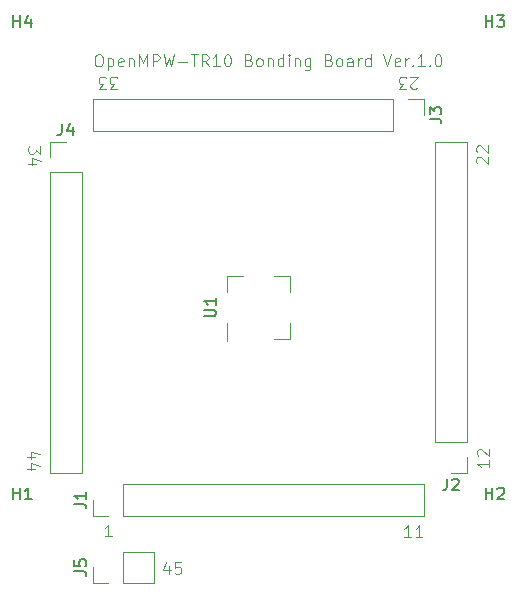
<source format=gbr>
%TF.GenerationSoftware,KiCad,Pcbnew,8.0.8*%
%TF.CreationDate,2025-02-12T12:16:00+09:00*%
%TF.ProjectId,OpenMPW-TR10,4f70656e-4d50-4572-9d54-5231302e6b69,rev?*%
%TF.SameCoordinates,Original*%
%TF.FileFunction,Legend,Top*%
%TF.FilePolarity,Positive*%
%FSLAX46Y46*%
G04 Gerber Fmt 4.6, Leading zero omitted, Abs format (unit mm)*
G04 Created by KiCad (PCBNEW 8.0.8) date 2025-02-12 12:16:00*
%MOMM*%
%LPD*%
G01*
G04 APERTURE LIST*
%ADD10C,0.100000*%
%ADD11C,0.150000*%
%ADD12C,0.120000*%
G04 APERTURE END LIST*
D10*
X136394360Y-78572419D02*
X136584836Y-78572419D01*
X136584836Y-78572419D02*
X136680074Y-78620038D01*
X136680074Y-78620038D02*
X136775312Y-78715276D01*
X136775312Y-78715276D02*
X136822931Y-78905752D01*
X136822931Y-78905752D02*
X136822931Y-79239085D01*
X136822931Y-79239085D02*
X136775312Y-79429561D01*
X136775312Y-79429561D02*
X136680074Y-79524800D01*
X136680074Y-79524800D02*
X136584836Y-79572419D01*
X136584836Y-79572419D02*
X136394360Y-79572419D01*
X136394360Y-79572419D02*
X136299122Y-79524800D01*
X136299122Y-79524800D02*
X136203884Y-79429561D01*
X136203884Y-79429561D02*
X136156265Y-79239085D01*
X136156265Y-79239085D02*
X136156265Y-78905752D01*
X136156265Y-78905752D02*
X136203884Y-78715276D01*
X136203884Y-78715276D02*
X136299122Y-78620038D01*
X136299122Y-78620038D02*
X136394360Y-78572419D01*
X137251503Y-78905752D02*
X137251503Y-79905752D01*
X137251503Y-78953371D02*
X137346741Y-78905752D01*
X137346741Y-78905752D02*
X137537217Y-78905752D01*
X137537217Y-78905752D02*
X137632455Y-78953371D01*
X137632455Y-78953371D02*
X137680074Y-79000990D01*
X137680074Y-79000990D02*
X137727693Y-79096228D01*
X137727693Y-79096228D02*
X137727693Y-79381942D01*
X137727693Y-79381942D02*
X137680074Y-79477180D01*
X137680074Y-79477180D02*
X137632455Y-79524800D01*
X137632455Y-79524800D02*
X137537217Y-79572419D01*
X137537217Y-79572419D02*
X137346741Y-79572419D01*
X137346741Y-79572419D02*
X137251503Y-79524800D01*
X138537217Y-79524800D02*
X138441979Y-79572419D01*
X138441979Y-79572419D02*
X138251503Y-79572419D01*
X138251503Y-79572419D02*
X138156265Y-79524800D01*
X138156265Y-79524800D02*
X138108646Y-79429561D01*
X138108646Y-79429561D02*
X138108646Y-79048609D01*
X138108646Y-79048609D02*
X138156265Y-78953371D01*
X138156265Y-78953371D02*
X138251503Y-78905752D01*
X138251503Y-78905752D02*
X138441979Y-78905752D01*
X138441979Y-78905752D02*
X138537217Y-78953371D01*
X138537217Y-78953371D02*
X138584836Y-79048609D01*
X138584836Y-79048609D02*
X138584836Y-79143847D01*
X138584836Y-79143847D02*
X138108646Y-79239085D01*
X139013408Y-78905752D02*
X139013408Y-79572419D01*
X139013408Y-79000990D02*
X139061027Y-78953371D01*
X139061027Y-78953371D02*
X139156265Y-78905752D01*
X139156265Y-78905752D02*
X139299122Y-78905752D01*
X139299122Y-78905752D02*
X139394360Y-78953371D01*
X139394360Y-78953371D02*
X139441979Y-79048609D01*
X139441979Y-79048609D02*
X139441979Y-79572419D01*
X139918170Y-79572419D02*
X139918170Y-78572419D01*
X139918170Y-78572419D02*
X140251503Y-79286704D01*
X140251503Y-79286704D02*
X140584836Y-78572419D01*
X140584836Y-78572419D02*
X140584836Y-79572419D01*
X141061027Y-79572419D02*
X141061027Y-78572419D01*
X141061027Y-78572419D02*
X141441979Y-78572419D01*
X141441979Y-78572419D02*
X141537217Y-78620038D01*
X141537217Y-78620038D02*
X141584836Y-78667657D01*
X141584836Y-78667657D02*
X141632455Y-78762895D01*
X141632455Y-78762895D02*
X141632455Y-78905752D01*
X141632455Y-78905752D02*
X141584836Y-79000990D01*
X141584836Y-79000990D02*
X141537217Y-79048609D01*
X141537217Y-79048609D02*
X141441979Y-79096228D01*
X141441979Y-79096228D02*
X141061027Y-79096228D01*
X141965789Y-78572419D02*
X142203884Y-79572419D01*
X142203884Y-79572419D02*
X142394360Y-78858133D01*
X142394360Y-78858133D02*
X142584836Y-79572419D01*
X142584836Y-79572419D02*
X142822932Y-78572419D01*
X143203884Y-79191466D02*
X143965789Y-79191466D01*
X144299122Y-78572419D02*
X144870550Y-78572419D01*
X144584836Y-79572419D02*
X144584836Y-78572419D01*
X145775312Y-79572419D02*
X145441979Y-79096228D01*
X145203884Y-79572419D02*
X145203884Y-78572419D01*
X145203884Y-78572419D02*
X145584836Y-78572419D01*
X145584836Y-78572419D02*
X145680074Y-78620038D01*
X145680074Y-78620038D02*
X145727693Y-78667657D01*
X145727693Y-78667657D02*
X145775312Y-78762895D01*
X145775312Y-78762895D02*
X145775312Y-78905752D01*
X145775312Y-78905752D02*
X145727693Y-79000990D01*
X145727693Y-79000990D02*
X145680074Y-79048609D01*
X145680074Y-79048609D02*
X145584836Y-79096228D01*
X145584836Y-79096228D02*
X145203884Y-79096228D01*
X146727693Y-79572419D02*
X146156265Y-79572419D01*
X146441979Y-79572419D02*
X146441979Y-78572419D01*
X146441979Y-78572419D02*
X146346741Y-78715276D01*
X146346741Y-78715276D02*
X146251503Y-78810514D01*
X146251503Y-78810514D02*
X146156265Y-78858133D01*
X147346741Y-78572419D02*
X147441979Y-78572419D01*
X147441979Y-78572419D02*
X147537217Y-78620038D01*
X147537217Y-78620038D02*
X147584836Y-78667657D01*
X147584836Y-78667657D02*
X147632455Y-78762895D01*
X147632455Y-78762895D02*
X147680074Y-78953371D01*
X147680074Y-78953371D02*
X147680074Y-79191466D01*
X147680074Y-79191466D02*
X147632455Y-79381942D01*
X147632455Y-79381942D02*
X147584836Y-79477180D01*
X147584836Y-79477180D02*
X147537217Y-79524800D01*
X147537217Y-79524800D02*
X147441979Y-79572419D01*
X147441979Y-79572419D02*
X147346741Y-79572419D01*
X147346741Y-79572419D02*
X147251503Y-79524800D01*
X147251503Y-79524800D02*
X147203884Y-79477180D01*
X147203884Y-79477180D02*
X147156265Y-79381942D01*
X147156265Y-79381942D02*
X147108646Y-79191466D01*
X147108646Y-79191466D02*
X147108646Y-78953371D01*
X147108646Y-78953371D02*
X147156265Y-78762895D01*
X147156265Y-78762895D02*
X147203884Y-78667657D01*
X147203884Y-78667657D02*
X147251503Y-78620038D01*
X147251503Y-78620038D02*
X147346741Y-78572419D01*
X149203884Y-79048609D02*
X149346741Y-79096228D01*
X149346741Y-79096228D02*
X149394360Y-79143847D01*
X149394360Y-79143847D02*
X149441979Y-79239085D01*
X149441979Y-79239085D02*
X149441979Y-79381942D01*
X149441979Y-79381942D02*
X149394360Y-79477180D01*
X149394360Y-79477180D02*
X149346741Y-79524800D01*
X149346741Y-79524800D02*
X149251503Y-79572419D01*
X149251503Y-79572419D02*
X148870551Y-79572419D01*
X148870551Y-79572419D02*
X148870551Y-78572419D01*
X148870551Y-78572419D02*
X149203884Y-78572419D01*
X149203884Y-78572419D02*
X149299122Y-78620038D01*
X149299122Y-78620038D02*
X149346741Y-78667657D01*
X149346741Y-78667657D02*
X149394360Y-78762895D01*
X149394360Y-78762895D02*
X149394360Y-78858133D01*
X149394360Y-78858133D02*
X149346741Y-78953371D01*
X149346741Y-78953371D02*
X149299122Y-79000990D01*
X149299122Y-79000990D02*
X149203884Y-79048609D01*
X149203884Y-79048609D02*
X148870551Y-79048609D01*
X150013408Y-79572419D02*
X149918170Y-79524800D01*
X149918170Y-79524800D02*
X149870551Y-79477180D01*
X149870551Y-79477180D02*
X149822932Y-79381942D01*
X149822932Y-79381942D02*
X149822932Y-79096228D01*
X149822932Y-79096228D02*
X149870551Y-79000990D01*
X149870551Y-79000990D02*
X149918170Y-78953371D01*
X149918170Y-78953371D02*
X150013408Y-78905752D01*
X150013408Y-78905752D02*
X150156265Y-78905752D01*
X150156265Y-78905752D02*
X150251503Y-78953371D01*
X150251503Y-78953371D02*
X150299122Y-79000990D01*
X150299122Y-79000990D02*
X150346741Y-79096228D01*
X150346741Y-79096228D02*
X150346741Y-79381942D01*
X150346741Y-79381942D02*
X150299122Y-79477180D01*
X150299122Y-79477180D02*
X150251503Y-79524800D01*
X150251503Y-79524800D02*
X150156265Y-79572419D01*
X150156265Y-79572419D02*
X150013408Y-79572419D01*
X150775313Y-78905752D02*
X150775313Y-79572419D01*
X150775313Y-79000990D02*
X150822932Y-78953371D01*
X150822932Y-78953371D02*
X150918170Y-78905752D01*
X150918170Y-78905752D02*
X151061027Y-78905752D01*
X151061027Y-78905752D02*
X151156265Y-78953371D01*
X151156265Y-78953371D02*
X151203884Y-79048609D01*
X151203884Y-79048609D02*
X151203884Y-79572419D01*
X152108646Y-79572419D02*
X152108646Y-78572419D01*
X152108646Y-79524800D02*
X152013408Y-79572419D01*
X152013408Y-79572419D02*
X151822932Y-79572419D01*
X151822932Y-79572419D02*
X151727694Y-79524800D01*
X151727694Y-79524800D02*
X151680075Y-79477180D01*
X151680075Y-79477180D02*
X151632456Y-79381942D01*
X151632456Y-79381942D02*
X151632456Y-79096228D01*
X151632456Y-79096228D02*
X151680075Y-79000990D01*
X151680075Y-79000990D02*
X151727694Y-78953371D01*
X151727694Y-78953371D02*
X151822932Y-78905752D01*
X151822932Y-78905752D02*
X152013408Y-78905752D01*
X152013408Y-78905752D02*
X152108646Y-78953371D01*
X152584837Y-79572419D02*
X152584837Y-78905752D01*
X152584837Y-78572419D02*
X152537218Y-78620038D01*
X152537218Y-78620038D02*
X152584837Y-78667657D01*
X152584837Y-78667657D02*
X152632456Y-78620038D01*
X152632456Y-78620038D02*
X152584837Y-78572419D01*
X152584837Y-78572419D02*
X152584837Y-78667657D01*
X153061027Y-78905752D02*
X153061027Y-79572419D01*
X153061027Y-79000990D02*
X153108646Y-78953371D01*
X153108646Y-78953371D02*
X153203884Y-78905752D01*
X153203884Y-78905752D02*
X153346741Y-78905752D01*
X153346741Y-78905752D02*
X153441979Y-78953371D01*
X153441979Y-78953371D02*
X153489598Y-79048609D01*
X153489598Y-79048609D02*
X153489598Y-79572419D01*
X154394360Y-78905752D02*
X154394360Y-79715276D01*
X154394360Y-79715276D02*
X154346741Y-79810514D01*
X154346741Y-79810514D02*
X154299122Y-79858133D01*
X154299122Y-79858133D02*
X154203884Y-79905752D01*
X154203884Y-79905752D02*
X154061027Y-79905752D01*
X154061027Y-79905752D02*
X153965789Y-79858133D01*
X154394360Y-79524800D02*
X154299122Y-79572419D01*
X154299122Y-79572419D02*
X154108646Y-79572419D01*
X154108646Y-79572419D02*
X154013408Y-79524800D01*
X154013408Y-79524800D02*
X153965789Y-79477180D01*
X153965789Y-79477180D02*
X153918170Y-79381942D01*
X153918170Y-79381942D02*
X153918170Y-79096228D01*
X153918170Y-79096228D02*
X153965789Y-79000990D01*
X153965789Y-79000990D02*
X154013408Y-78953371D01*
X154013408Y-78953371D02*
X154108646Y-78905752D01*
X154108646Y-78905752D02*
X154299122Y-78905752D01*
X154299122Y-78905752D02*
X154394360Y-78953371D01*
X155965789Y-79048609D02*
X156108646Y-79096228D01*
X156108646Y-79096228D02*
X156156265Y-79143847D01*
X156156265Y-79143847D02*
X156203884Y-79239085D01*
X156203884Y-79239085D02*
X156203884Y-79381942D01*
X156203884Y-79381942D02*
X156156265Y-79477180D01*
X156156265Y-79477180D02*
X156108646Y-79524800D01*
X156108646Y-79524800D02*
X156013408Y-79572419D01*
X156013408Y-79572419D02*
X155632456Y-79572419D01*
X155632456Y-79572419D02*
X155632456Y-78572419D01*
X155632456Y-78572419D02*
X155965789Y-78572419D01*
X155965789Y-78572419D02*
X156061027Y-78620038D01*
X156061027Y-78620038D02*
X156108646Y-78667657D01*
X156108646Y-78667657D02*
X156156265Y-78762895D01*
X156156265Y-78762895D02*
X156156265Y-78858133D01*
X156156265Y-78858133D02*
X156108646Y-78953371D01*
X156108646Y-78953371D02*
X156061027Y-79000990D01*
X156061027Y-79000990D02*
X155965789Y-79048609D01*
X155965789Y-79048609D02*
X155632456Y-79048609D01*
X156775313Y-79572419D02*
X156680075Y-79524800D01*
X156680075Y-79524800D02*
X156632456Y-79477180D01*
X156632456Y-79477180D02*
X156584837Y-79381942D01*
X156584837Y-79381942D02*
X156584837Y-79096228D01*
X156584837Y-79096228D02*
X156632456Y-79000990D01*
X156632456Y-79000990D02*
X156680075Y-78953371D01*
X156680075Y-78953371D02*
X156775313Y-78905752D01*
X156775313Y-78905752D02*
X156918170Y-78905752D01*
X156918170Y-78905752D02*
X157013408Y-78953371D01*
X157013408Y-78953371D02*
X157061027Y-79000990D01*
X157061027Y-79000990D02*
X157108646Y-79096228D01*
X157108646Y-79096228D02*
X157108646Y-79381942D01*
X157108646Y-79381942D02*
X157061027Y-79477180D01*
X157061027Y-79477180D02*
X157013408Y-79524800D01*
X157013408Y-79524800D02*
X156918170Y-79572419D01*
X156918170Y-79572419D02*
X156775313Y-79572419D01*
X157965789Y-79572419D02*
X157965789Y-79048609D01*
X157965789Y-79048609D02*
X157918170Y-78953371D01*
X157918170Y-78953371D02*
X157822932Y-78905752D01*
X157822932Y-78905752D02*
X157632456Y-78905752D01*
X157632456Y-78905752D02*
X157537218Y-78953371D01*
X157965789Y-79524800D02*
X157870551Y-79572419D01*
X157870551Y-79572419D02*
X157632456Y-79572419D01*
X157632456Y-79572419D02*
X157537218Y-79524800D01*
X157537218Y-79524800D02*
X157489599Y-79429561D01*
X157489599Y-79429561D02*
X157489599Y-79334323D01*
X157489599Y-79334323D02*
X157537218Y-79239085D01*
X157537218Y-79239085D02*
X157632456Y-79191466D01*
X157632456Y-79191466D02*
X157870551Y-79191466D01*
X157870551Y-79191466D02*
X157965789Y-79143847D01*
X158441980Y-79572419D02*
X158441980Y-78905752D01*
X158441980Y-79096228D02*
X158489599Y-79000990D01*
X158489599Y-79000990D02*
X158537218Y-78953371D01*
X158537218Y-78953371D02*
X158632456Y-78905752D01*
X158632456Y-78905752D02*
X158727694Y-78905752D01*
X159489599Y-79572419D02*
X159489599Y-78572419D01*
X159489599Y-79524800D02*
X159394361Y-79572419D01*
X159394361Y-79572419D02*
X159203885Y-79572419D01*
X159203885Y-79572419D02*
X159108647Y-79524800D01*
X159108647Y-79524800D02*
X159061028Y-79477180D01*
X159061028Y-79477180D02*
X159013409Y-79381942D01*
X159013409Y-79381942D02*
X159013409Y-79096228D01*
X159013409Y-79096228D02*
X159061028Y-79000990D01*
X159061028Y-79000990D02*
X159108647Y-78953371D01*
X159108647Y-78953371D02*
X159203885Y-78905752D01*
X159203885Y-78905752D02*
X159394361Y-78905752D01*
X159394361Y-78905752D02*
X159489599Y-78953371D01*
X160584838Y-78572419D02*
X160918171Y-79572419D01*
X160918171Y-79572419D02*
X161251504Y-78572419D01*
X161965790Y-79524800D02*
X161870552Y-79572419D01*
X161870552Y-79572419D02*
X161680076Y-79572419D01*
X161680076Y-79572419D02*
X161584838Y-79524800D01*
X161584838Y-79524800D02*
X161537219Y-79429561D01*
X161537219Y-79429561D02*
X161537219Y-79048609D01*
X161537219Y-79048609D02*
X161584838Y-78953371D01*
X161584838Y-78953371D02*
X161680076Y-78905752D01*
X161680076Y-78905752D02*
X161870552Y-78905752D01*
X161870552Y-78905752D02*
X161965790Y-78953371D01*
X161965790Y-78953371D02*
X162013409Y-79048609D01*
X162013409Y-79048609D02*
X162013409Y-79143847D01*
X162013409Y-79143847D02*
X161537219Y-79239085D01*
X162441981Y-79572419D02*
X162441981Y-78905752D01*
X162441981Y-79096228D02*
X162489600Y-79000990D01*
X162489600Y-79000990D02*
X162537219Y-78953371D01*
X162537219Y-78953371D02*
X162632457Y-78905752D01*
X162632457Y-78905752D02*
X162727695Y-78905752D01*
X163061029Y-79477180D02*
X163108648Y-79524800D01*
X163108648Y-79524800D02*
X163061029Y-79572419D01*
X163061029Y-79572419D02*
X163013410Y-79524800D01*
X163013410Y-79524800D02*
X163061029Y-79477180D01*
X163061029Y-79477180D02*
X163061029Y-79572419D01*
X164061028Y-79572419D02*
X163489600Y-79572419D01*
X163775314Y-79572419D02*
X163775314Y-78572419D01*
X163775314Y-78572419D02*
X163680076Y-78715276D01*
X163680076Y-78715276D02*
X163584838Y-78810514D01*
X163584838Y-78810514D02*
X163489600Y-78858133D01*
X164489600Y-79477180D02*
X164537219Y-79524800D01*
X164537219Y-79524800D02*
X164489600Y-79572419D01*
X164489600Y-79572419D02*
X164441981Y-79524800D01*
X164441981Y-79524800D02*
X164489600Y-79477180D01*
X164489600Y-79477180D02*
X164489600Y-79572419D01*
X165156266Y-78572419D02*
X165251504Y-78572419D01*
X165251504Y-78572419D02*
X165346742Y-78620038D01*
X165346742Y-78620038D02*
X165394361Y-78667657D01*
X165394361Y-78667657D02*
X165441980Y-78762895D01*
X165441980Y-78762895D02*
X165489599Y-78953371D01*
X165489599Y-78953371D02*
X165489599Y-79191466D01*
X165489599Y-79191466D02*
X165441980Y-79381942D01*
X165441980Y-79381942D02*
X165394361Y-79477180D01*
X165394361Y-79477180D02*
X165346742Y-79524800D01*
X165346742Y-79524800D02*
X165251504Y-79572419D01*
X165251504Y-79572419D02*
X165156266Y-79572419D01*
X165156266Y-79572419D02*
X165061028Y-79524800D01*
X165061028Y-79524800D02*
X165013409Y-79477180D01*
X165013409Y-79477180D02*
X164965790Y-79381942D01*
X164965790Y-79381942D02*
X164918171Y-79191466D01*
X164918171Y-79191466D02*
X164918171Y-78953371D01*
X164918171Y-78953371D02*
X164965790Y-78762895D01*
X164965790Y-78762895D02*
X165013409Y-78667657D01*
X165013409Y-78667657D02*
X165061028Y-78620038D01*
X165061028Y-78620038D02*
X165156266Y-78572419D01*
X138041353Y-81477580D02*
X137422306Y-81477580D01*
X137422306Y-81477580D02*
X137755639Y-81096628D01*
X137755639Y-81096628D02*
X137612782Y-81096628D01*
X137612782Y-81096628D02*
X137517544Y-81049009D01*
X137517544Y-81049009D02*
X137469925Y-81001390D01*
X137469925Y-81001390D02*
X137422306Y-80906152D01*
X137422306Y-80906152D02*
X137422306Y-80668057D01*
X137422306Y-80668057D02*
X137469925Y-80572819D01*
X137469925Y-80572819D02*
X137517544Y-80525200D01*
X137517544Y-80525200D02*
X137612782Y-80477580D01*
X137612782Y-80477580D02*
X137898496Y-80477580D01*
X137898496Y-80477580D02*
X137993734Y-80525200D01*
X137993734Y-80525200D02*
X138041353Y-80572819D01*
X137088972Y-81477580D02*
X136469925Y-81477580D01*
X136469925Y-81477580D02*
X136803258Y-81096628D01*
X136803258Y-81096628D02*
X136660401Y-81096628D01*
X136660401Y-81096628D02*
X136565163Y-81049009D01*
X136565163Y-81049009D02*
X136517544Y-81001390D01*
X136517544Y-81001390D02*
X136469925Y-80906152D01*
X136469925Y-80906152D02*
X136469925Y-80668057D01*
X136469925Y-80668057D02*
X136517544Y-80572819D01*
X136517544Y-80572819D02*
X136565163Y-80525200D01*
X136565163Y-80525200D02*
X136660401Y-80477580D01*
X136660401Y-80477580D02*
X136946115Y-80477580D01*
X136946115Y-80477580D02*
X137041353Y-80525200D01*
X137041353Y-80525200D02*
X137088972Y-80572819D01*
X131507580Y-86348646D02*
X131507580Y-86967693D01*
X131507580Y-86967693D02*
X131126628Y-86634360D01*
X131126628Y-86634360D02*
X131126628Y-86777217D01*
X131126628Y-86777217D02*
X131079009Y-86872455D01*
X131079009Y-86872455D02*
X131031390Y-86920074D01*
X131031390Y-86920074D02*
X130936152Y-86967693D01*
X130936152Y-86967693D02*
X130698057Y-86967693D01*
X130698057Y-86967693D02*
X130602819Y-86920074D01*
X130602819Y-86920074D02*
X130555200Y-86872455D01*
X130555200Y-86872455D02*
X130507580Y-86777217D01*
X130507580Y-86777217D02*
X130507580Y-86491503D01*
X130507580Y-86491503D02*
X130555200Y-86396265D01*
X130555200Y-86396265D02*
X130602819Y-86348646D01*
X131174247Y-87824836D02*
X130507580Y-87824836D01*
X131555200Y-87586741D02*
X130840914Y-87348646D01*
X130840914Y-87348646D02*
X130840914Y-87967693D01*
X168547657Y-87803734D02*
X168500038Y-87756115D01*
X168500038Y-87756115D02*
X168452419Y-87660877D01*
X168452419Y-87660877D02*
X168452419Y-87422782D01*
X168452419Y-87422782D02*
X168500038Y-87327544D01*
X168500038Y-87327544D02*
X168547657Y-87279925D01*
X168547657Y-87279925D02*
X168642895Y-87232306D01*
X168642895Y-87232306D02*
X168738133Y-87232306D01*
X168738133Y-87232306D02*
X168880990Y-87279925D01*
X168880990Y-87279925D02*
X169452419Y-87851353D01*
X169452419Y-87851353D02*
X169452419Y-87232306D01*
X168547657Y-86851353D02*
X168500038Y-86803734D01*
X168500038Y-86803734D02*
X168452419Y-86708496D01*
X168452419Y-86708496D02*
X168452419Y-86470401D01*
X168452419Y-86470401D02*
X168500038Y-86375163D01*
X168500038Y-86375163D02*
X168547657Y-86327544D01*
X168547657Y-86327544D02*
X168642895Y-86279925D01*
X168642895Y-86279925D02*
X168738133Y-86279925D01*
X168738133Y-86279925D02*
X168880990Y-86327544D01*
X168880990Y-86327544D02*
X169452419Y-86898972D01*
X169452419Y-86898972D02*
X169452419Y-86279925D01*
X131114247Y-112682455D02*
X130447580Y-112682455D01*
X131495200Y-112444360D02*
X130780914Y-112206265D01*
X130780914Y-112206265D02*
X130780914Y-112825312D01*
X131114247Y-113634836D02*
X130447580Y-113634836D01*
X131495200Y-113396741D02*
X130780914Y-113158646D01*
X130780914Y-113158646D02*
X130780914Y-113777693D01*
X169522419Y-112942306D02*
X169522419Y-113513734D01*
X169522419Y-113228020D02*
X168522419Y-113228020D01*
X168522419Y-113228020D02*
X168665276Y-113323258D01*
X168665276Y-113323258D02*
X168760514Y-113418496D01*
X168760514Y-113418496D02*
X168808133Y-113513734D01*
X168617657Y-112561353D02*
X168570038Y-112513734D01*
X168570038Y-112513734D02*
X168522419Y-112418496D01*
X168522419Y-112418496D02*
X168522419Y-112180401D01*
X168522419Y-112180401D02*
X168570038Y-112085163D01*
X168570038Y-112085163D02*
X168617657Y-112037544D01*
X168617657Y-112037544D02*
X168712895Y-111989925D01*
X168712895Y-111989925D02*
X168808133Y-111989925D01*
X168808133Y-111989925D02*
X168950990Y-112037544D01*
X168950990Y-112037544D02*
X169522419Y-112608972D01*
X169522419Y-112608972D02*
X169522419Y-111989925D01*
X137577693Y-119382419D02*
X137006265Y-119382419D01*
X137291979Y-119382419D02*
X137291979Y-118382419D01*
X137291979Y-118382419D02*
X137196741Y-118525276D01*
X137196741Y-118525276D02*
X137101503Y-118620514D01*
X137101503Y-118620514D02*
X137006265Y-118668133D01*
X162927693Y-119442419D02*
X162356265Y-119442419D01*
X162641979Y-119442419D02*
X162641979Y-118442419D01*
X162641979Y-118442419D02*
X162546741Y-118585276D01*
X162546741Y-118585276D02*
X162451503Y-118680514D01*
X162451503Y-118680514D02*
X162356265Y-118728133D01*
X163880074Y-119442419D02*
X163308646Y-119442419D01*
X163594360Y-119442419D02*
X163594360Y-118442419D01*
X163594360Y-118442419D02*
X163499122Y-118585276D01*
X163499122Y-118585276D02*
X163403884Y-118680514D01*
X163403884Y-118680514D02*
X163308646Y-118728133D01*
X142432455Y-121895752D02*
X142432455Y-122562419D01*
X142194360Y-121514800D02*
X141956265Y-122229085D01*
X141956265Y-122229085D02*
X142575312Y-122229085D01*
X143432455Y-121562419D02*
X142956265Y-121562419D01*
X142956265Y-121562419D02*
X142908646Y-122038609D01*
X142908646Y-122038609D02*
X142956265Y-121990990D01*
X142956265Y-121990990D02*
X143051503Y-121943371D01*
X143051503Y-121943371D02*
X143289598Y-121943371D01*
X143289598Y-121943371D02*
X143384836Y-121990990D01*
X143384836Y-121990990D02*
X143432455Y-122038609D01*
X143432455Y-122038609D02*
X143480074Y-122133847D01*
X143480074Y-122133847D02*
X143480074Y-122371942D01*
X143480074Y-122371942D02*
X143432455Y-122467180D01*
X143432455Y-122467180D02*
X143384836Y-122514800D01*
X143384836Y-122514800D02*
X143289598Y-122562419D01*
X143289598Y-122562419D02*
X143051503Y-122562419D01*
X143051503Y-122562419D02*
X142956265Y-122514800D01*
X142956265Y-122514800D02*
X142908646Y-122467180D01*
X163433734Y-81382342D02*
X163386115Y-81429961D01*
X163386115Y-81429961D02*
X163290877Y-81477580D01*
X163290877Y-81477580D02*
X163052782Y-81477580D01*
X163052782Y-81477580D02*
X162957544Y-81429961D01*
X162957544Y-81429961D02*
X162909925Y-81382342D01*
X162909925Y-81382342D02*
X162862306Y-81287104D01*
X162862306Y-81287104D02*
X162862306Y-81191866D01*
X162862306Y-81191866D02*
X162909925Y-81049009D01*
X162909925Y-81049009D02*
X163481353Y-80477580D01*
X163481353Y-80477580D02*
X162862306Y-80477580D01*
X162528972Y-81477580D02*
X161909925Y-81477580D01*
X161909925Y-81477580D02*
X162243258Y-81096628D01*
X162243258Y-81096628D02*
X162100401Y-81096628D01*
X162100401Y-81096628D02*
X162005163Y-81049009D01*
X162005163Y-81049009D02*
X161957544Y-81001390D01*
X161957544Y-81001390D02*
X161909925Y-80906152D01*
X161909925Y-80906152D02*
X161909925Y-80668057D01*
X161909925Y-80668057D02*
X161957544Y-80572819D01*
X161957544Y-80572819D02*
X162005163Y-80525200D01*
X162005163Y-80525200D02*
X162100401Y-80477580D01*
X162100401Y-80477580D02*
X162386115Y-80477580D01*
X162386115Y-80477580D02*
X162481353Y-80525200D01*
X162481353Y-80525200D02*
X162528972Y-80572819D01*
D11*
X145404819Y-100761904D02*
X146214342Y-100761904D01*
X146214342Y-100761904D02*
X146309580Y-100714285D01*
X146309580Y-100714285D02*
X146357200Y-100666666D01*
X146357200Y-100666666D02*
X146404819Y-100571428D01*
X146404819Y-100571428D02*
X146404819Y-100380952D01*
X146404819Y-100380952D02*
X146357200Y-100285714D01*
X146357200Y-100285714D02*
X146309580Y-100238095D01*
X146309580Y-100238095D02*
X146214342Y-100190476D01*
X146214342Y-100190476D02*
X145404819Y-100190476D01*
X146404819Y-99190476D02*
X146404819Y-99761904D01*
X146404819Y-99476190D02*
X145404819Y-99476190D01*
X145404819Y-99476190D02*
X145547676Y-99571428D01*
X145547676Y-99571428D02*
X145642914Y-99666666D01*
X145642914Y-99666666D02*
X145690533Y-99761904D01*
X134424819Y-122333333D02*
X135139104Y-122333333D01*
X135139104Y-122333333D02*
X135281961Y-122380952D01*
X135281961Y-122380952D02*
X135377200Y-122476190D01*
X135377200Y-122476190D02*
X135424819Y-122619047D01*
X135424819Y-122619047D02*
X135424819Y-122714285D01*
X134424819Y-121380952D02*
X134424819Y-121857142D01*
X134424819Y-121857142D02*
X134901009Y-121904761D01*
X134901009Y-121904761D02*
X134853390Y-121857142D01*
X134853390Y-121857142D02*
X134805771Y-121761904D01*
X134805771Y-121761904D02*
X134805771Y-121523809D01*
X134805771Y-121523809D02*
X134853390Y-121428571D01*
X134853390Y-121428571D02*
X134901009Y-121380952D01*
X134901009Y-121380952D02*
X134996247Y-121333333D01*
X134996247Y-121333333D02*
X135234342Y-121333333D01*
X135234342Y-121333333D02*
X135329580Y-121380952D01*
X135329580Y-121380952D02*
X135377200Y-121428571D01*
X135377200Y-121428571D02*
X135424819Y-121523809D01*
X135424819Y-121523809D02*
X135424819Y-121761904D01*
X135424819Y-121761904D02*
X135377200Y-121857142D01*
X135377200Y-121857142D02*
X135329580Y-121904761D01*
X129238095Y-116254819D02*
X129238095Y-115254819D01*
X129238095Y-115731009D02*
X129809523Y-115731009D01*
X129809523Y-116254819D02*
X129809523Y-115254819D01*
X130809523Y-116254819D02*
X130238095Y-116254819D01*
X130523809Y-116254819D02*
X130523809Y-115254819D01*
X130523809Y-115254819D02*
X130428571Y-115397676D01*
X130428571Y-115397676D02*
X130333333Y-115492914D01*
X130333333Y-115492914D02*
X130238095Y-115540533D01*
X133366666Y-84424819D02*
X133366666Y-85139104D01*
X133366666Y-85139104D02*
X133319047Y-85281961D01*
X133319047Y-85281961D02*
X133223809Y-85377200D01*
X133223809Y-85377200D02*
X133080952Y-85424819D01*
X133080952Y-85424819D02*
X132985714Y-85424819D01*
X134271428Y-84758152D02*
X134271428Y-85424819D01*
X134033333Y-84377200D02*
X133795238Y-85091485D01*
X133795238Y-85091485D02*
X134414285Y-85091485D01*
X165966666Y-114484819D02*
X165966666Y-115199104D01*
X165966666Y-115199104D02*
X165919047Y-115341961D01*
X165919047Y-115341961D02*
X165823809Y-115437200D01*
X165823809Y-115437200D02*
X165680952Y-115484819D01*
X165680952Y-115484819D02*
X165585714Y-115484819D01*
X166395238Y-114580057D02*
X166442857Y-114532438D01*
X166442857Y-114532438D02*
X166538095Y-114484819D01*
X166538095Y-114484819D02*
X166776190Y-114484819D01*
X166776190Y-114484819D02*
X166871428Y-114532438D01*
X166871428Y-114532438D02*
X166919047Y-114580057D01*
X166919047Y-114580057D02*
X166966666Y-114675295D01*
X166966666Y-114675295D02*
X166966666Y-114770533D01*
X166966666Y-114770533D02*
X166919047Y-114913390D01*
X166919047Y-114913390D02*
X166347619Y-115484819D01*
X166347619Y-115484819D02*
X166966666Y-115484819D01*
X164484819Y-84033333D02*
X165199104Y-84033333D01*
X165199104Y-84033333D02*
X165341961Y-84080952D01*
X165341961Y-84080952D02*
X165437200Y-84176190D01*
X165437200Y-84176190D02*
X165484819Y-84319047D01*
X165484819Y-84319047D02*
X165484819Y-84414285D01*
X164484819Y-83652380D02*
X164484819Y-83033333D01*
X164484819Y-83033333D02*
X164865771Y-83366666D01*
X164865771Y-83366666D02*
X164865771Y-83223809D01*
X164865771Y-83223809D02*
X164913390Y-83128571D01*
X164913390Y-83128571D02*
X164961009Y-83080952D01*
X164961009Y-83080952D02*
X165056247Y-83033333D01*
X165056247Y-83033333D02*
X165294342Y-83033333D01*
X165294342Y-83033333D02*
X165389580Y-83080952D01*
X165389580Y-83080952D02*
X165437200Y-83128571D01*
X165437200Y-83128571D02*
X165484819Y-83223809D01*
X165484819Y-83223809D02*
X165484819Y-83509523D01*
X165484819Y-83509523D02*
X165437200Y-83604761D01*
X165437200Y-83604761D02*
X165389580Y-83652380D01*
X169238095Y-116254819D02*
X169238095Y-115254819D01*
X169238095Y-115731009D02*
X169809523Y-115731009D01*
X169809523Y-116254819D02*
X169809523Y-115254819D01*
X170238095Y-115350057D02*
X170285714Y-115302438D01*
X170285714Y-115302438D02*
X170380952Y-115254819D01*
X170380952Y-115254819D02*
X170619047Y-115254819D01*
X170619047Y-115254819D02*
X170714285Y-115302438D01*
X170714285Y-115302438D02*
X170761904Y-115350057D01*
X170761904Y-115350057D02*
X170809523Y-115445295D01*
X170809523Y-115445295D02*
X170809523Y-115540533D01*
X170809523Y-115540533D02*
X170761904Y-115683390D01*
X170761904Y-115683390D02*
X170190476Y-116254819D01*
X170190476Y-116254819D02*
X170809523Y-116254819D01*
X169238095Y-76254819D02*
X169238095Y-75254819D01*
X169238095Y-75731009D02*
X169809523Y-75731009D01*
X169809523Y-76254819D02*
X169809523Y-75254819D01*
X170190476Y-75254819D02*
X170809523Y-75254819D01*
X170809523Y-75254819D02*
X170476190Y-75635771D01*
X170476190Y-75635771D02*
X170619047Y-75635771D01*
X170619047Y-75635771D02*
X170714285Y-75683390D01*
X170714285Y-75683390D02*
X170761904Y-75731009D01*
X170761904Y-75731009D02*
X170809523Y-75826247D01*
X170809523Y-75826247D02*
X170809523Y-76064342D01*
X170809523Y-76064342D02*
X170761904Y-76159580D01*
X170761904Y-76159580D02*
X170714285Y-76207200D01*
X170714285Y-76207200D02*
X170619047Y-76254819D01*
X170619047Y-76254819D02*
X170333333Y-76254819D01*
X170333333Y-76254819D02*
X170238095Y-76207200D01*
X170238095Y-76207200D02*
X170190476Y-76159580D01*
X129238095Y-76254819D02*
X129238095Y-75254819D01*
X129238095Y-75731009D02*
X129809523Y-75731009D01*
X129809523Y-76254819D02*
X129809523Y-75254819D01*
X130714285Y-75588152D02*
X130714285Y-76254819D01*
X130476190Y-75207200D02*
X130238095Y-75921485D01*
X130238095Y-75921485D02*
X130857142Y-75921485D01*
X134424819Y-116633333D02*
X135139104Y-116633333D01*
X135139104Y-116633333D02*
X135281961Y-116680952D01*
X135281961Y-116680952D02*
X135377200Y-116776190D01*
X135377200Y-116776190D02*
X135424819Y-116919047D01*
X135424819Y-116919047D02*
X135424819Y-117014285D01*
X135424819Y-115633333D02*
X135424819Y-116204761D01*
X135424819Y-115919047D02*
X134424819Y-115919047D01*
X134424819Y-115919047D02*
X134567676Y-116014285D01*
X134567676Y-116014285D02*
X134662914Y-116109523D01*
X134662914Y-116109523D02*
X134710533Y-116204761D01*
D12*
%TO.C,U1*%
X152650000Y-102650000D02*
X151329600Y-102650000D01*
X147350000Y-101329600D02*
X147350000Y-102815000D01*
X152650000Y-101329600D02*
X152650000Y-102650000D01*
X147350000Y-98670400D02*
X147350000Y-97350000D01*
X152650000Y-98670400D02*
X152650000Y-97350000D01*
X147350000Y-97350000D02*
X148670400Y-97350000D01*
X152650000Y-97350000D02*
X151329600Y-97350000D01*
%TO.C,J5*%
X135970000Y-123330000D02*
X135970000Y-122000000D01*
X137300000Y-123330000D02*
X135970000Y-123330000D01*
X138570000Y-120670000D02*
X141170000Y-120670000D01*
X138570000Y-123330000D02*
X138570000Y-120670000D01*
X138570000Y-123330000D02*
X141170000Y-123330000D01*
X141170000Y-123330000D02*
X141170000Y-120670000D01*
%TO.C,J4*%
X132370000Y-85970000D02*
X133700000Y-85970000D01*
X132370000Y-87300000D02*
X132370000Y-85970000D01*
X132370000Y-88570000D02*
X132370000Y-114030000D01*
X132370000Y-88570000D02*
X135030000Y-88570000D01*
X132370000Y-114030000D02*
X135030000Y-114030000D01*
X135030000Y-88570000D02*
X135030000Y-114030000D01*
%TO.C,J2*%
X164970000Y-111430000D02*
X164970000Y-85970000D01*
X167630000Y-85970000D02*
X164970000Y-85970000D01*
X167630000Y-111430000D02*
X164970000Y-111430000D01*
X167630000Y-111430000D02*
X167630000Y-85970000D01*
X167630000Y-112700000D02*
X167630000Y-114030000D01*
X167630000Y-114030000D02*
X166300000Y-114030000D01*
%TO.C,J3*%
X135970000Y-82370000D02*
X135970000Y-85030000D01*
X161430000Y-82370000D02*
X135970000Y-82370000D01*
X161430000Y-82370000D02*
X161430000Y-85030000D01*
X161430000Y-85030000D02*
X135970000Y-85030000D01*
X162700000Y-82370000D02*
X164030000Y-82370000D01*
X164030000Y-82370000D02*
X164030000Y-83700000D01*
%TO.C,J1*%
X135970000Y-117630000D02*
X135970000Y-116300000D01*
X137300000Y-117630000D02*
X135970000Y-117630000D01*
X138570000Y-114970000D02*
X164030000Y-114970000D01*
X138570000Y-117630000D02*
X138570000Y-114970000D01*
X138570000Y-117630000D02*
X164030000Y-117630000D01*
X164030000Y-117630000D02*
X164030000Y-114970000D01*
%TD*%
M02*

</source>
